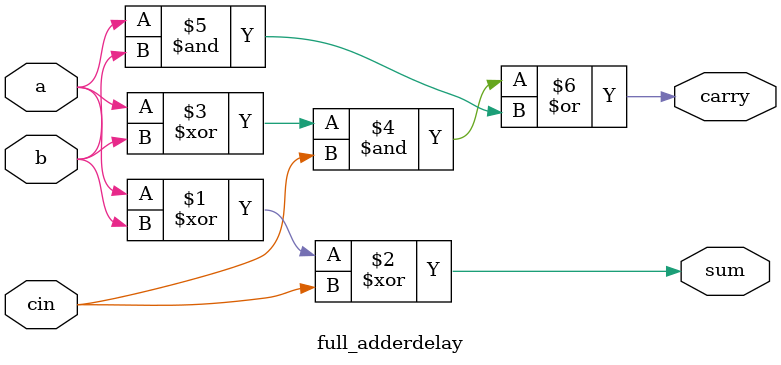
<source format=v>
`timescale 1ns / 1ps

module full_adderdelay(
input a,b,cin,
output sum,carry
);


assign  #20 sum =  a ^ b ^ cin;
assign  #50 carry = ((a^b)&cin)|(a&b);
                
endmodule

</source>
